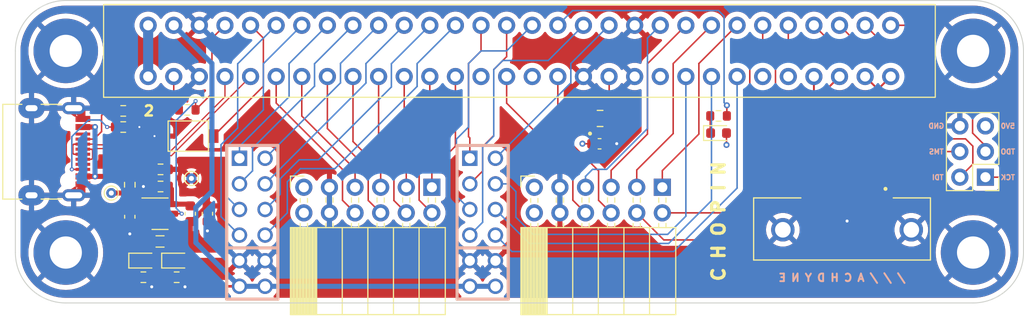
<source format=kicad_pcb>
(kicad_pcb (version 20211014) (generator pcbnew)
  (layers (0 "F.Cu" signal) (1 "In1.Cu" signal) (2 "In2.Cu" signal) (31 "B.Cu" signal) (34 "B.Paste" user) (35 "F.Paste" user) (36 "B.SilkS" user "B.Silkscreen") (37 "F.SilkS" user "F.Silkscreen") (38 "B.Mask" user) (39 "F.Mask" user) (44 "Edge.Cuts" user))
  (net 0 "")
  (net 1 "GND")
  (net 2 "/PWR3V3")
  (net 3 "/PWR5V0UF")
  (net 4 "Net-(J1-PadA5)")
  (net 6 "Net-(J1-PadB5)")
  (net 8 "/PWR5V0")
  (net 9 "Net-(D1-Pad1)")
  (net 10 "Net-(L1-Pad1)")
  (net 11 "/PMOD_B1")
  (net 12 "/PMOD_B2")
  (net 13 "/JTAG_TDO")
  (net 14 "/JTAG_TMS")
  (net 15 "/JTAG_TDI")
  (net 16 "/JTAG_TCK")
  (net 17 "/SYS_RST_N")
  (net 18 "/SYS_CLK48")
  (net 19 "/SYS_PG")
  (net 20 "/PWRIO")
  (net 21 "/DS0_P")
  (net 22 "/DS0_N")
  (net 23 "/DS1_P")
  (net 24 "/DS1_N")
  (net 25 "/DS2_P")
  (net 26 "/DS2_N")
  (net 27 "Net-(C5-Pad2)")
  (net 28 "/USBD_DN")
  (net 29 "/USBD_DP")
  (net 30 "/PMOD_A1")
  (net 31 "/PMOD_A2")
  (net 32 "/PMOD_A3")
  (net 33 "/PMOD_A4")
  (net 34 "/PMOD_A7")
  (net 35 "/PMOD_A8")
  (net 36 "/PMOD_A9")
  (net 37 "/PMOD_A10")
  (net 38 "/PMOD_B3")
  (net 39 "/PMOD_B4")
  (net 40 "/PMOD_B7")
  (net 41 "/PMOD_B8")
  (net 42 "/PMOD_B9")
  (net 43 "/PMOD_B10")
  (net 44 "/PMOD_C1")
  (net 45 "/PMOD_C2")
  (net 46 "/PMOD_C3")
  (net 47 "/PMOD_C4")
  (net 48 "/PMOD_C7")
  (net 49 "/PMOD_C8")
  (net 50 "/PMOD_C9")
  (net 51 "/PMOD_C10")
  (net 53 "/PMOD_D1")
  (net 54 "/PMOD_D4")
  (net 55 "/PMOD_D10")
  (net 56 "/PMOD_D3")
  (net 57 "/PMOD_D9")
  (net 58 "/PMOD_D2")
  (net 59 "/PMOD_D8")
  (net 60 "/PMOD_D7")
  (net 62 "Net-(D2-Pad1)")
  (net 63 "/LED")
  (net 65 "Net-(D3-Pad1)")
  (footprint "Capacitor_SMD:C_0603_1608Metric" (layer "F.Cu") (at 111.35 121.45 -90)
    (fp_text reference "C3" hide)
    (fp_text value "4.7uF" hide)
  )
  (footprint "Package_TO_SOT_SMD:SOT-23-6" (layer "F.Cu") (at 114.35 121.15)
    (fp_text reference "U4" hide)
    (fp_text value "TLV62568DDC" hide)
  )
  (footprint "Resistor_SMD:R_0603_1608Metric" (layer "F.Cu") (at 110.7 110.95)
    (fp_text reference "R1" hide)
    (fp_text value "5K1" hide)
  )
  (footprint "Inductor_SMD:L_0805_2012Metric" (layer "F.Cu") (at 114.35 123.9)
    (fp_text reference "L1" hide)
    (fp_text value "INDUCTOR" hide)
  )
  (footprint "LED_SMD:LED_0603_1608Metric" (layer "F.Cu") (at 169.75 113.15)
    (fp_text reference "D1" hide)
    (fp_text value "LEDW" hide)
  )
  (footprint "Resistor_SMD:R_0603_1608Metric" (layer "F.Cu") (at 114.4 118.45 180)
    (fp_text reference "R8" hide)
    (fp_text value "44K2" hide)
  )
  (footprint "MountingHole:MountingHole_3.2mm_M3_Pad" (layer "F.Cu") (at 105 125)
    (fp_text reference "H3" hide)
    (fp_text value "MountingHole_Pad" hide)
  )
  (footprint "MountingHole:MountingHole_3.2mm_M3_Pad" (layer "F.Cu") (at 195 125)
    (fp_text reference "H4" hide)
    (fp_text value "MountingHole_Pad" hide)
  )
  (footprint "LED_SMD:LED_0603_1608Metric" (layer "F.Cu") (at 116 125.8)
    (fp_text reference "D3" hide)
    (fp_text value "LEDG" hide)
  )
  (footprint "Capacitor_SMD:C_0603_1608Metric" (layer "F.Cu") (at 157.95 114.2125)
    (fp_text reference "C9" hide)
    (fp_text value "100nF" hide)
  )
  (footprint "Resistor_SMD:R_0603_1608Metric" (layer "F.Cu") (at 110.7 112.55)
    (fp_text reference "R4" hide)
    (fp_text value "5K1" hide)
  )
  (footprint "Resistor_SMD:R_0603_1608Metric" (layer "F.Cu") (at 169.75 111.45)
    (fp_text reference "R5" hide)
    (fp_text value "1K" hide)
  )
  (footprint "TestPoint:TestPoint_THTPad_D1.0mm_Drill0.5mm" (layer "F.Cu") (at 109.5125 119.1)
    (fp_text reference "TP1" hide)
    (fp_text value "TP_PWR5V0" hide)
  )
  (footprint "Resistor_SMD:R_0603_1608Metric" (layer "F.Cu") (at 116 127.45)
    (fp_text reference "R3" hide)
    (fp_text value "1K" hide)
  )
  (footprint "LD-CRYSTALS:OSC_KC2016Z13.5600C1KX00" (layer "F.Cu") (at 158 111.7 90)
    (fp_text reference "Y1" hide)
    (fp_text value "KC2016Z48" hide)
  )
  (footprint "LD-PMOD:PMOD_2x06_HOST_VERTICAL" (layer "F.Cu") (at 146.35 122 180)
    (fp_text reference "PMOD4" hide)
    (fp_text value "PMOD-Device-x2-Type-1A-GPIO" hide)
  )
  (footprint "MountingHole:MountingHole_3.2mm_M3_Pad" (layer "F.Cu") (at 195 105)
    (fp_text reference "H2" hide)
    (fp_text value "MountingHole_Pad" hide)
  )
  (footprint "Resistor_SMD:R_0603_1608Metric" (layer "F.Cu") (at 112.7 127.45)
    (fp_text reference "R2" hide)
    (fp_text value "1K" hide)
  )
  (footprint "LD-CONNECTORS:AMPHENOL_SAT3M2132072TR" (layer "F.Cu") (at 182 122.7425)
    (fp_text reference "J3" hide)
    (fp_text value "SAT3M2132072TR" hide)
  )
  (footprint "MountingHole:MountingHole_3.2mm_M3_Pad" (layer "F.Cu") (at 105 105)
    (fp_text reference "H1" hide)
    (fp_text value "MountingHole_Pad" hide)
  )
  (footprint "Capacitor_SMD:C_0603_1608Metric" (layer "F.Cu") (at 117.35 121.15 90)
    (fp_text reference "C5" hide)
    (fp_text value "10pF" hide)
  )
  (footprint "LD-SWITCH:Button_2P_3x4mm" (layer "F.Cu") (at 117.15 113.45 180)
    (fp_text reference "SW1" hide)
    (fp_text value "RESET" hide)
  )
  (footprint "Capacitor_SMD:C_0603_1608Metric" (layer "F.Cu") (at 119.05 121.15 -90)
    (fp_text reference "C6" hide)
    (fp_text value "10uF" hide)
  )
  (footprint "Resistor_SMD:R_0603_1608Metric" (layer "F.Cu") (at 114.4 116.75 180)
    (fp_text reference "R7" hide)
    (fp_text value "200K" hide)
  )
  (footprint "LED_SMD:LED_0603_1608Metric" (layer "F.Cu") (at 112.7375 125.8)
    (fp_text reference "D2" hide)
    (fp_text value "LEDG" hide)
  )
  (footprint "Resistor_SMD:R_0603_1608Metric" (layer "F.Cu") (at 111.35 118.275 90)
    (fp_text reference "FB1" hide)
    (fp_text value "Ferrite_Bead" hide)
  )
  (footprint "Resistor_SMD:R_0603_1608Metric" (layer "F.Cu") (at 117.05 110.85)
    (fp_text reference "R6" hide)
    (fp_text value "1K5" hide)
  )
  (footprint "LD-EDGE:MACHDYNE_EDGE_SOCKET_60P" (layer "F.Cu") (at 150 105 90)
    (fp_text reference "U1" hide)
    (fp_text value "MACHDYNE-MODULE-60P" hide)
  )
  (footprint "LD-PMOD:PMOD_2x06_HOST" (layer "F.Cu") (at 128.615 118.525 90)
    (fp_text reference "PMOD1" hide)
    (fp_text value "PMOD-Device-x2-Type-1A-GPIO" hide)
  )
  (footprint "LD-PMOD:PMOD_2x06_HOST_VERTICAL" (layer "F.Cu") (at 123.5 122 180)
    (fp_text reference "PMOD3" hide)
    (fp_text value "PMOD-Device-x2-Type-1A-GPIO" hide)
  )
  (footprint "LD-CONNECTORS:USB_C_Receptacle_HRO_TYPE-C-31-M-12-BIG-PADS" (layer "F.Cu") (at 102.65 115 -90)
    (fp_text reference "J1" hide)
    (fp_text value "TYPE-C-31-M-12-FIXED" hide)
  )
  (footprint "TestPoint:TestPoint_THTPad_D1.0mm_Drill0.5mm" (layer "F.Cu") (at 117.4625 117.65 180)
    (fp_text reference "TP2" hide)
    (fp_text value "TP_PWR3V3" hide)
  )
  (footprint "LD-PMOD:PMOD_2x06_HOST" (layer "F.Cu") (at 151.475 118.525 90)
    (fp_text reference "PMOD2" hide)
    (fp_text value "PMOD-Device-x2-Type-1A-GPIO" hide)
  )
  (footprint "Connector_PinHeader_2.54mm:PinHeader_2x03_P2.54mm_Vertical" (layer "F.Cu") (at 196.225 117.525 180)
    (fp_text reference "J2" hide)
    (fp_text value "JTAG" hide)
  )
  (gr_arc (start 195 100) (mid 198.535534 101.464466) (end 200 105) (layer "Edge.Cuts") (width 0.1))
  (gr_arc (start 105 130) (mid 101.464466 128.535534) (end 100 125) (layer "Edge.Cuts") (width 0.1))
  (gr_arc (start 200 125) (mid 198.535534 128.535534) (end 195 130) (layer "Edge.Cuts") (width 0.1))
  (gr_line (start 195 130) (end 105 130) (layer "Edge.Cuts") (width 0.1))
  (gr_arc (start 100 105) (mid 101.464466 101.464466) (end 105 100) (layer "Edge.Cuts") (width 0.1))
  (gr_line (start 100 125) (end 100 105) (layer "Edge.Cuts") (width 0.1))
  (gr_line (start 200 105) (end 200 125) (layer "Edge.Cuts") (width 0.1))
  (gr_line (start 105 100) (end 195 100) (layer "Edge.Cuts") (width 0.1))
  (gr_text "TCK" (at 198.45 117.55) (layer "B.SilkS") (effects (font (size 0.5 0.5) (thickness 0.125)) (justify mirror)))
  (gr_text "/ / / A C H D Y N E" (at 182 127.5) (layer "B.SilkS") (effects (font (size 0.75 0.75) (thickness 0.1875)) (justify mirror)))
  (gr_text "TMS" (at 191.35 115) (layer "B.SilkS") (effects (font (size 0.5 0.5) (thickness 0.125)) (justify mirror)))
  (gr_text "TDI" (at 191.5 117.55) (layer "B.SilkS") (effects (font (size 0.5 0.5) (thickness 0.125)) (justify mirror)))
  (gr_text "TDO" (at 198.45 115) (layer "B.SilkS") (effects (font (size 0.5 0.5) (thickness 0.125)) (justify mirror)))
  (gr_text "5V0" (at 198.45 112.45) (layer "B.SilkS") (effects (font (size 0.5 0.5) (thickness 0.125)) (justify mirror)))
  (gr_text "GND" (at 191.35 112.45) (layer "B.SilkS") (effects (font (size 0.5 0.5) (thickness 0.125)) (justify mirror)))
  (gr_text "C H O P I N" (at 169.75 121.9 90) (layer "F.SilkS") (effects (font (size 1.25 1.25) (thickness 0.3125))))
  (gr_text "2" (at 113.25 110.95) (layer "F.SilkS") (effects (font (size 1 1) (thickness 0.25))))
  (segment (start 158.9 112.3) (end 158.9 114.0375) (width 0.15) (layer "F.Cu") (net 1))
  (segment (start 178.69 120.3825) (end 178.49 120.3825) (width 0.5) (layer "F.Cu") (net 1))
  (segment (start 106.695 111.75) (end 106.695 111.595) (width 0.5) (layer "F.Cu") (net 1))
  (segment (start 114.65 113.45) (end 113.8 113.45) (width 0.15) (layer "F.Cu") (net 1))
  (segment (start 182.5 120.3825) (end 182.5 121.875) (width 0.5) (layer "F.Cu") (net 1))
  (segment (start 178.49 120.3825) (end 176.13 122.7425) (width 0.5) (layer "F.Cu") (net 1))
  (segment (start 111.525 112.55) (end 112.3 112.55) (width 0.15) (layer "F.Cu") (net 1))
  (segment (start 158.725 114.2125) (end 159.6375 114.2125) (width 0.15) (layer "F.Cu") (net 1))
  (segment (start 158.9 114.0375) (end 158.725 114.2125) (width 0.15) (layer "F.Cu") (net 1))
  (segment (start 113.575 118.45) (end 112.7 118.45) (width 0.5) (layer "F.Cu") (net 1))
  (segment (start 111.35 122.225) (end 111.35 123.15) (width 0.5) (layer "F.Cu") (net 1))
  (segment (start 106.695 118.25) (end 106.695 118.405) (width 0.5) (layer "F.Cu") (net 1))
  (segment (start 112.425 121.15) (end 111.35 122.225) (width 0.5) (layer "F.Cu") (net 1))
  (segment (start 186.31 120.3825) (end 186.51 120.3825) (width 0.5) (layer "F.Cu") (net 1))
  (segment (start 119.05 121.925) (end 119.05 122.85) (width 0.5) (layer "F.Cu") (net 1))
  (segment (start 186.51 120.3825) (end 188.87 122.7425) (width 0.5) (layer "F.Cu") (net 1))
  (segment (start 111.525 110.95) (end 111.525 112.55) (width 0.15) (layer "F.Cu") (net 1))
  (segment (start 113.2125 121.15) (end 112.425 121.15) (width 0.5) (layer "F.Cu") (net 1))
  (segment (start 116.825 127.45) (end 116.825 128.4) (width 0.25) (layer "F.Cu") (net 1))
  (segment (start 106.695 111.595) (end 105.78 110.68) (width 0.5) (layer "F.Cu") (net 1))
  (segment (start 106.695 118.405) (end 105.78 119.32) (width 0.5) (layer "F.Cu") (net 1))
  (segment (start 113.525 127.45) (end 113.525 128.4) (width 0.25) (layer "F.Cu") (net 1))
  (segment (start 159.6375 114.2125) (end 159.65 114.2) (width 0.15) (layer "F.Cu") (net 1))
  (via (at 116.825 128.4) (size 0.6) (drill 0.3) (layers "F.Cu" "B.Cu") (net 1))
  (via (at 111.35 123.15) (size 0.6) (drill 0.3) (layers "F.Cu" "B.Cu") (net 1))
  (via (at 119.05 122.85) (size 0.6) (drill 0.3) (layers "F.Cu" "B.Cu") (net 1))
  (via (at 113.525 128.4) (size 0.6) (drill 0.3) (layers "F.Cu" "B.Cu") (net 1))
  (via (at 113.8 113.45) (size 0.4) (drill 0.2) (layers "F.Cu" "B.Cu") (net 1))
  (via (at 159.65 114.2) (size 0.6) (drill 0.3) (layers "F.Cu" "B.Cu") (net 1))
  (via (at 112.7 118.45) (size 0.6) (drill 0.3) (layers "F.Cu" "B.Cu") (net 1))
  (via (at 182.5 121.875) (size 0.6) (drill 0.3) (layers "F.Cu" "B.Cu") (net 1))
  (via (at 112.3 112.55) (size 0.4) (drill 0.2) (layers "F.Cu" "B.Cu") (net 1))
  (segment (start 170.5375 113.15) (end 170.5375 114.325) (width 0.15) (layer "F.Cu") (net 2))
  (segment (start 115.71 110.335) (end 115.71 107.54) (width 0.15) (layer "F.Cu") (net 2))
  (segment (start 157.1 114.1375) (end 157.1 112.3) (width 0.15) (layer "F.Cu") (net 2))
  (segment (start 116.225 110.85) (end 115.71 110.335) (width 0.15) (layer "F.Cu") (net 2))
  (segment (start 156.2625 114.2125) (end 156.25 114.2) (width 0.15) (layer "F.Cu") (net 2))
  (segment (start 157.175 114.2125) (end 156.2625 114.2125) (width 0.15) (layer "F.Cu") (net 2))
  (segment (start 117.35 121.925) (end 117.5 121.925) (width 0.5) (layer "F.Cu") (net 2))
  (segment (start 116.5625 116.75) (end 117.4625 117.65) (width 0.5) (layer "F.Cu") (net 2))
  (segment (start 117.5 121.925) (end 119.05 120.375) (width 0.5) (layer "F.Cu") (net 2))
  (segment (start 157.175 114.2125) (end 157.1 114.1375) (width 0.15) (layer "F.Cu") (net 2))
  (segment (start 113.525 125.8) (end 113.525 125.7875) (width 0.25) (layer "F.Cu") (net 2))
  (segment (start 115.225 116.75) (end 116.5625 116.75) (width 0.5) (layer "F.Cu") (net 2))
  (segment (start 157.1 111.1) (end 157.1 112.3) (width 0.15) (layer "F.Cu") (net 2))
  (segment (start 113.525 125.7875) (end 115.4125 123.9) (width 0.25) (layer "F.Cu") (net 2))
  (via (at 156.25 114.2) (size 0.6) (drill 0.3) (layers "F.Cu" "B.Cu") (net 2))
  (via (at 170.5375 114.325) (size 0.6) (drill 0.3) (layers "F.Cu" "B.Cu") (net 2))
  (segment (start 106.695 117.45) (end 111.35 117.45) (width 0.5) (layer "F.Cu") (net 3))
  (segment (start 106.695 112.55) (end 107.9 112.55) (width 0.5) (layer "F.Cu") (net 3))
  (via (at 107.9 112.55) (size 0.6) (drill 0.3) (layers "F.Cu" "B.Cu") (net 3))
  (via (at 107.9 117.45) (size 0.6) (drill 0.3) (layers "F.Cu" "B.Cu") (net 3))
  (segment (start 107.9 112.55) (end 107.9 117.45) (width 0.5) (layer "B.Cu") (net 3))
  (segment (start 108.55 111.4) (end 109 110.95) (width 0.15) (layer "F.Cu") (net 4))
  (segment (start 108.55 113) (end 108.55 111.4) (width 0.15) (layer "F.Cu") (net 4))
  (segment (start 109 110.95) (end 109.875 110.95) (width 0.15) (layer "F.Cu") (net 4))
  (segment (start 107.8 113.75) (end 108.55 113) (width 0.15) (layer "F.Cu") (net 4))
  (segment (start 106.695 113.75) (end 107.8 113.75) (width 0.15) (layer "F.Cu") (net 4))
  (segment (start 106.695 116.75) (end 105.6 116.75) (width 0.15) (layer "F.Cu") (net 6))
  (segment (start 109.875 112.55) (end 109.1 112.55) (width 0.15) (layer "F.Cu") (net 6))
  (via (at 109.1 112.55) (size 0.4) (drill 0.2) (layers "F.Cu" "B.Cu") (net 6))
  (via (at 105.6 116.75) (size 0.4) (drill 0.2) (layers "F.Cu" "B.Cu") (net 6))
  (segment (start 108.4 111.85) (end 109.1 112.55) (width 0.15) (layer "B.Cu") (net 6))
  (segment (start 105.6 116.75) (end 105.6 113.5) (width 0.15) (layer "B.Cu") (net 6))
  (segment (start 105.6 113.5) (end 107.25 111.85) (width 0.15) (layer "B.Cu") (net 6))
  (segment (start 107.25 111.85) (end 108.4 111.85) (width 0.15) (layer "B.Cu") (net 6))
  (segment (start 114.35 120.5) (end 114.05 120.2) (width 0.5) (layer "F.Cu") (net 8))
  (segment (start 114.35 121.85) (end 114.35 120.5) (width 0.5) (layer "F.Cu") (net 8))
  (segment (start 112.45 120.2) (end 113.2125 120.2) (width 0.5) (layer "F.Cu") (net 8))
  (segment (start 115.4875 122.1) (end 114.6 122.1) (width 0.5) (layer "F.Cu") (net 8))
  (segment (start 111.35 119.1) (end 111.35 120.675) (width 0.5) (layer "F.Cu") (net 8))
  (segment (start 109.5125 119.1) (end 111.35 119.1) (width 0.5) (layer "F.Cu") (net 8))
  (segment (start 111.975 120.675) (end 112.45 120.2) (width 0.5) (layer "F.Cu") (net 8))
  (segment (start 111.35 120.675) (end 111.975 120.675) (width 0.5) (layer "F.Cu") (net 8))
  (segment (start 114.6 122.1) (end 114.35 121.85) (width 0.5) (layer "F.Cu") (net 8))
  (segment (start 114.05 120.2) (end 113.2125 120.2) (width 0.5) (layer "F.Cu") (net 8))
  (segment (start 113.17 102.46) (end 113.17 107.54) (width 1) (layer "B.Cu") (net 8))
  (segment (start 168.925 113.1125) (end 168.9625 113.15) (width 0.15) (layer "F.Cu") (net 9))
  (segment (start 168.925 111.45) (end 168.925 113.1125) (width 0.15) (layer "F.Cu") (net 9))
  (segment (start 113.2125 123.825) (end 113.2875 123.9) (width 0.5) (layer "F.Cu") (net 10))
  (segment (start 113.2125 122.1) (end 113.2125 123.825) (width 0.5) (layer "F.Cu") (net 10))
  (segment (start 167.8 106.25) (end 167.8 113.25) (width 0.15) (layer "F.Cu") (net 11))
  (segment (start 164.175 116.875) (end 164.175 118.525) (width 0.15) (layer "F.Cu") (net 11))
  (segment (start 167.8 113.25) (end 164.175 116.875) (width 0.15) (layer "F.Cu") (net 11))
  (segment (start 171.59 102.46) (end 167.8 106.25) (width 0.15) (layer "F.Cu") (net 11))
  (segment (start 165.25 106.26) (end 165.25 113.2) (width 0.15) (layer "F.Cu") (net 12))
  (segment (start 165.25 113.2) (end 161.635 116.815) (width 0.15) (layer "F.Cu") (net 12))
  (segment (start 169.05 102.46) (end 165.25 106.26) (width 0.15) (layer "F.Cu") (net 12))
  (segment (start 161.635 116.815) (end 161.635 118.525) (width 0.15) (layer "F.Cu") (net 12))
  (segment (start 189.125 104.025) (end 190.025 104.925) (width 0.15) (layer "F.Cu") (net 13))
  (segment (start 185.855 104.025) (end 189.125 104.025) (width 0.15) (layer "F.Cu") (net 13))
  (segment (start 194.95 113.15) (end 196.225 114.425) (width 0.15) (layer "F.Cu") (net 13))
  (segment (start 184.29 102.46) (end 185.855 104.025) (width 0.15) (layer "F.Cu") (net 13))
  (segment (start 192.475 109.875) (end 193.8 109.875) (width 0.15) (layer "F.Cu") (net 13))
  (segment (start 193.8 109.875) (end 194.95 111.025) (width 0.15) (layer "F.Cu") (net 13))
  (segment (start 190.025 107.425) (end 192.475 109.875) (width 0.15) (layer "F.Cu") (net 13))
  (segment (start 196.225 114.425) (end 196.225 114.985) (width 0.15) (layer "F.Cu") (net 13))
  (segment (start 194.95 111.025) (end 194.95 113.15) (width 0.15) (layer "F.Cu") (net 13))
  (segment (start 190.025 104.925) (end 190.025 107.425) (width 0.15) (layer "F.Cu") (net 13))
  (segment (start 188.325 106.675) (end 188.325 111.25) (width 0.15) (layer "F.Cu") (net 14))
  (segment (start 188.325 111.25) (end 192.06 114.985) (width 0.15) (layer "F.Cu") (net 14))
  (segment (start 187.45 105.8) (end 188.325 106.675) (width 0.15) (layer "F.Cu") (net 14))
  (segment (start 182.55 105.8) (end 187.45 105.8) (width 0.15) (layer "F.Cu") (net 14))
  (segment (start 179.21 102.46) (end 182.55 105.8) (width 0.15) (layer "F.Cu") (net 14))
  (segment (start 192.06 114.985) (end 193.685 114.985) (width 0.15) (layer "F.Cu") (net 14))
  (segment (start 194.975 114.45) (end 194.975 116.235) (width 0.15) (layer "F.Cu") (net 15))
  (segment (start 194.25 113.725) (end 194.975 114.45) (width 0.15) (layer "F.Cu") (net 15))
  (segment (start 192.45 113.725) (end 194.25 113.725) (width 0.15) (layer "F.Cu") (net 15))
  (segment (start 184.04 104.75) (end 188.325 104.75) (width 0.15) (layer "F.Cu") (net 15))
  (segment (start 181.75 102.46) (end 184.04 104.75) (width 0.15) (layer "F.Cu") (net 15))
  (segment (start 189.175 105.6) (end 189.175 110.45) (width 0.15) (layer "F.Cu") (net 15))
  (segment (start 194.975 116.235) (end 193.685 117.525) (width 0.15) (layer "F.Cu") (net 15))
  (segment (start 189.175 110.45) (end 192.45 113.725) (width 0.15) (layer "F.Cu") (net 15))
  (segment (start 188.325 104.75) (end 189.175 105.6) (width 0.15) (layer "F.Cu") (net 15))
  (segment (start 186.83 102.46) (end 189.335 102.46) (width 0.15) (layer "F.Cu") (net 16))
  (segment (start 197.65 117.525) (end 196.225 117.525) (width 0.15) (layer "F.Cu") (net 16))
  (segment (start 190.7 103.825) (end 190.7 106.95) (width 0.15) (layer "F.Cu") (net 16))
  (segment (start 192.975 109.225) (end 197.05 109.225) (width 0.15) (layer "F.Cu") (net 16))
  (segment (start 189.335 102.46) (end 190.7 103.825) (width 0.15) (layer "F.Cu") (net 16))
  (segment (start 197.05 109.225) (end 198.15 110.325) (width 0.15) (layer "F.Cu") (net 16))
  (segment (start 190.7 106.95) (end 192.975 109.225) (width 0.15) (layer "F.Cu") (net 16))
  (segment (start 198.15 117.025) (end 197.65 117.525) (width 0.15) (layer "F.Cu") (net 16))
  (segment (start 198.15 110.325) (end 198.15 117.025) (width 0.15) (layer "F.Cu") (net 16))
  (segment (start 124.6 103.73) (end 123.33 102.46) (width 0.15) (layer "F.Cu") (net 17))
  (segment (start 119.65 113.45) (end 124.6 108.5) (width 0.15) (layer "F.Cu") (net 17))
  (segment (start 124.6 108.5) (end 124.6 103.73) (width 0.15) (layer "F.Cu") (net 17))
  (segment (start 158.9 111.1) (end 158.9 107.55) (width 0.15) (layer "F.Cu") (net 18))
  (segment (start 158.9 107.55) (end 158.89 107.54) (width 0.15) (layer "F.Cu") (net 18))
  (segment (start 115.4875 121.15) (end 116.5 121.15) (width 0.15) (layer "F.Cu") (net 19))
  (segment (start 119.5 103.75) (end 119.5 109.225) (width 0.15) (layer "F.Cu") (net 19))
  (segment (start 119.5 109.225) (end 117.875 110.85) (width 0.15) (layer "F.Cu") (net 19))
  (segment (start 117.875 110.85) (end 117.875 109.975) (width 0.15) (layer "F.Cu") (net 19))
  (segment (start 120.79 102.46) (end 119.5 103.75) (width 0.15) (layer "F.Cu") (net 19))
  (via (at 117.875 109.975) (size 0.4) (drill 0.2) (layers "F.Cu" "B.Cu") (net 19))
  (via (at 116.5 121.15) (size 0.4) (drill 0.2) (layers "F.Cu" "B.Cu") (net 19))
  (segment (start 116.5 121.15) (end 115.95 120.6) (width 0.15) (layer "B.Cu") (net 19))
  (segment (start 115.95 120.6) (end 115.95 111.9) (width 0.15) (layer "B.Cu") (net 19))
  (segment (start 115.95 111.9) (end 117.875 109.975) (width 0.15) (layer "B.Cu") (net 19))
  (segment (start 122.23 128.35) (end 119.3375 128.35) (width 0.25) (layer "F.Cu") (net 20))
  (segment (start 119.3375 128.35) (end 116.7875 125.8) (width 0.25) (layer "F.Cu") (net 20))
  (segment (start 115.71 102.46) (end 119.5 106.25) (width 0.5) (layer "B.Cu") (net 20))
  (segment (start 117.9 120.525) (end 117.9 124.02) (width 0.5) (layer "B.Cu") (net 20))
  (segment (start 124.77 128.35) (end 145.08 128.35) (width 0.5) (layer "B.Cu") (net 20))
  (segment (start 122.23 128.35) (end 124.77 128.35) (width 0.5) (layer "B.Cu") (net 20))
  (segment (start 117.9 124.02) (end 122.23 128.35) (width 0.5) (layer "B.Cu") (net 20))
  (segment (start 145.08 128.35) (end 147.62 128.35) (width 0.5) (layer "B.Cu") (net 20))
  (segment (start 119.5 118.925) (end 117.9 120.525) (width 0.5) (layer "B.Cu") (net 20))
  (segment (start 119.5 106.25) (end 119.5 118.925) (width 0.5) (layer "B.Cu") (net 20))
  (segment (start 179.7375 110.287501) (end 180.134111 110.287501) (width 0.19) (layer "F.Cu") (net 23))
  (segment (start 179.580001 112.768371) (end 180.78 113.96837) (width 0.19) (layer "F.Cu") (net 23))
  (segment (start 180.78 118.432499) (end 181.23 118.882499) (width 0.19) (layer "F.Cu") (net 23))
  (segment (start 181.75 107.54) (end 179.580001 109.709999) (width 0.19) (layer "F.Cu") (net 23))
  (segment (start 179.580001 109.709999) (end 179.58 110.130001) (width 0.19) (layer "F.Cu") (net 23))
  (segment (start 180.134111 111.342501) (end 179.7375 111.342501) (width 0.19) (layer "F.Cu") (net 23))
  (segment (start 179.58 111.500001) (end 179.580001 112.768371) (width 0.19) (layer "F.Cu") (net 23))
  (segment (start 181.23 118.882499) (end 181.23 120.3825) (width 0.19) (layer "F.Cu") (net 23))
  (segment (start 180.78 113.96837) (end 180.78 118.432499) (width 0.19) (layer "F.Cu") (net 23))
  (arc (start 179.7375 111.342501) (mid 179.626131 111.388632) (end 179.58 111.500001) (width 0.19) (layer "F.Cu") (net 23))
  (arc (start 180.134111 110.287501) (mid 180.50711 110.442002) (end 180.661611 110.815001) (width 0.19) (layer "F.Cu") (net 23))
  (arc (start 179.58 110.130001) (mid 179.626131 110.24137) (end 179.7375 110.287501) (width 0.19) (layer "F.Cu") (net 23))
  (arc (start 180.661611 110.815001) (mid 180.50711 111.188) (end 180.134111 111.342501) (width 0.19) (layer "F.Cu") (net 23))
  (segment (start 180.41 114.12163) (end 180.41 118.432499) (width 0.19) (layer "F.Cu") (net 24))
  (segment (start 179.21 112.92163) (end 180.41 114.12163) (width 0.19) (layer "F.Cu") (net 24))
  (segment (start 180.134111 110.972501) (end 179.7375 110.972501) (width 0.19) (layer "F.Cu") (net 24))
  (segment (start 180.41 118.432499) (end 179.96 118.882499) (width 0.19) (layer "F.Cu") (net 24))
  (segment (start 179.96 118.882499) (end 179.96 120.3825) (width 0.19) (layer "F.Cu") (net 24))
  (segment (start 179.21 107.54) (end 179.21 110.130001) (width 0.19) (layer "F.Cu") (net 24))
  (segment (start 179.21 111.500001) (end 179.21 112.92163) (width 0.19) (layer "F.Cu") (net 24))
  (segment (start 179.7375 110.657501) (end 180.134111 110.657501) (width 0.19) (layer "F.Cu") (net 24))
  (arc (start 180.134111 110.657501) (mid 180.24548 110.703632) (end 180.291611 110.815001) (width 0.19) (layer "F.Cu") (net 24))
  (arc (start 179.7375 110.972501) (mid 179.364501 111.127002) (end 179.21 111.500001) (width 0.19) (layer "F.Cu") (net 24))
  (arc (start 180.291611 110.815001) (mid 180.24548 110.92637) (end 180.134111 110.972501) (width 0.19) (layer "F.Cu") (net 24))
  (arc (start 179.21 110.130001) (mid 179.364501 110.503) (end 179.7375 110.657501) (width 0.19) (layer "F.Cu") (net 24))
  (segment (start 185.745 111.769413) (end 185.745 112.96663) (width 0.19) (layer "F.Cu") (net 25))
  (segment (start 184.59 114.12163) (end 184.59 118.432499) (width 0.19) (layer "F.Cu") (net 25))
  (segment (start 185.745 111.495) (end 185.745 111.769413) (width 0.19) (layer "F.Cu") (net 25))
  (segment (start 185.745 108.625) (end 185.745 110.125) (width 0.19) (layer "F.Cu") (net 25))
  (segment (start 186.83 107.54) (end 185.745 108.625) (width 0.19) (layer "F.Cu") (net 25))
  (segment (start 185.745 112.96663) (end 184.59 114.12163) (width 0.19) (layer "F.Cu") (net 25))
  (segment (start 185.2175 110.6525) (end 184.586861 110.6525) (width 0.19) (layer "F.Cu") (net 25))
  (segment (start 185.04 118.882499) (end 185.04 120.3825) (width 0.19) (layer "F.Cu") (net 25))
  (segment (start 184.586861 110.9675) (end 185.2175 110.9675) (width 0.19) (layer "F.Cu") (net 25))
  (segment (start 184.59 118.432499) (end 185.04 118.882499) (width 0.19) (layer "F.Cu") (net 25))
  (arc (start 185.745 110.125) (mid 185.590499 110.497999) (end 185.2175 110.6525) (width 0.19) (layer "F.Cu") (net 25))
  (arc (start 184.586861 110.6525) (mid 184.475492 110.698631) (end 184.429361 110.81) (width 0.19) (layer "F.Cu") (net 25))
  (arc (start 184.429361 110.81) (mid 184.475492 110.921369) (end 184.586861 110.9675) (width 0.19) (layer "F.Cu") (net 25))
  (arc (start 185.2175 110.9675) (mid 185.590499 111.122001) (end 185.745 111.495) (width 0.19) (layer "F.Cu") (net 25))
  (segment (start 184.29 107.54) (end 185.375 108.625) (width 0.19) (layer "F.Cu") (net 26))
  (segment (start 185.375 108.625) (end 185.375 110.125) (width 0.19) (layer "F.Cu") (net 26))
  (segment (start 184.22 118.432499) (end 183.77 118.882499) (width 0.19) (layer "F.Cu") (net 26))
  (segment (start 184.22 113.96837) (end 184.22 118.432499) (width 0.19) (layer "F.Cu") (net 26))
  (segment (start 185.375 112.81337) (end 184.22 113.96837) (width 0.19) (layer "F.Cu") (net 26))
  (segment (start 184.586861 111.3375) (end 185.2175 111.3375) (width 0.19) (layer "F.Cu") (net 26))
  (segment (start 183.77 118.882499) (end 183.77 120.3825) (width 0.19) (layer "F.Cu") (net 26))
  (segment (start 185.2175 110.2825) (end 184.586861 110.2825) (width 0.19) (layer "F.Cu") (net 26))
  (segment (start 185.375 111.495) (end 185.375 111.769413) (width 0.19) (layer "F.Cu") (net 26))
  (segment (start 185.375 111.769413) (end 185.375 112.81337) (width 0.19) (layer "F.Cu") (net 26))
  (arc (start 184.059361 110.81) (mid 184.213862 111.182999) (end 184.586861 111.3375) (width 0.19) (layer "F.Cu") (net 26))
  (arc (start 185.375 110.125) (mid 185.328869 110.236369) (end 185.2175 110.2825) (width 0.19) (layer "F.Cu") (net 26))
  (arc (start 184.586861 110.2825) (mid 184.213862 110.437001) (end 184.059361 110.81) (width 0.19) (layer "F.Cu") (net 26))
  (arc (start 185.2175 111.3375) (mid 185.328869 111.383631) (end 185.375 111.495) (width 0.19) (layer "F.Cu") (net 26))
  (segment (start 115.4875 120.2) (end 115.4875 118.7125) (width 0.5) (layer "F.Cu") (net 27))
  (segment (start 113.575 116.8) (end 115.225 118.45) (width 0.5) (layer "F.Cu") (net 27))
  (segment (start 113.575 116.75) (end 113.575 116.8) (width 0.5) (layer "F.Cu") (net 27))
  (segment (start 115.4875 118.7125) (end 115.225 118.45) (width 0.5) (layer "F.Cu") (net 27))
  (segment (start 115.4875 120.2) (end 117.175 120.2) (width 0.5) (layer "F.Cu") (net 27))
  (segment (start 117.175 120.2) (end 117.35 120.375) (width 0.5) (layer "F.Cu") (net 27))
  (segment (start 106.695 114.25) (end 105.8 114.25) (width 0.15) (layer "F.Cu") (net 28))
  (segment (start 115.327169 115.0125) (end 120.79 109.549669) (width 0.125) (layer "F.Cu") (net 28))
  (segment (start 111.177666 114.3125) (end 111.877666 115.0125) (width 0.125) (layer "F.Cu") (net 28))
  (segment (start 105.8 115.25) (end 106.695 115.25) (width 0.15) (layer "F.Cu") (net 28))
  (segment (start 107.782501 114.25) (end 107.845001 114.3125) (width 0.125) (layer "F.Cu") (net 28))
  (segment (start 106.695 114.25) (end 107.782501 114.25) (width 0.125) (layer "F.Cu") (net 28))
  (segment (start 105.7 114.35) (end 105.7 115.15) (width 0.15) (layer "F.Cu") (net 28))
  (segment (start 120.79 109.549669) (end 120.79 107.54) (width 0.125) (layer "F.Cu") (net 28))
  (segment (start 107.845001 114.3125) (end 111.177666 114.3125) (width 0.125) (layer "F.Cu") (net 28))
  (segment (start 105.7 115.15) (end 105.8 115.25) (width 0.15) (layer "F.Cu") (net 28))
  (segment (start 105.8 114.25) (end 105.7 114.35) (width 0.15) (layer "F.Cu") (net 28))
  (segment (start 111.877666 115.0125) (end 115.327169 115.0125) (width 0.125) (layer "F.Cu") (net 28))
  (segment (start 106.695 114.75) (end 107.545 114.75) (width 0.125) (layer "F.Cu") (net 29))
  (segment (start 107.845001 114.6875) (end 111.022334 114.6875) (width 0.125) (layer "F.Cu") (net 29))
  (segment (start 106.695 114.75) (end 107.782501 114.75) (width 0.125) (layer "F.Cu") (net 29))
  (segment (start 111.722334 115.3875) (end 115.4825 115.3875) (width 0.125) (layer "F.Cu") (net 29))
  (segment (start 107.545 114.75) (end 107.65 114.855) (width 0.125) (layer "F.Cu") (net 29))
  (segment (start 107.65 115.65) (end 107.55 115.75) (width 0.125) (layer "F.Cu") (net 29))
  (segment (start 107.55 115.75) (end 106.695 115.75) (width 0.125) (layer "F.Cu") (net 29))
  (segment (start 111.022334 114.6875) (end 111.722334 115.3875) (width 0.125) (layer "F.Cu") (net 29))
  (segment (start 115.4825 115.3875) (end 123.33 107.54) (width 0.125) (layer "F.Cu") (net 29))
  (segment (start 107.65 114.855) (end 107.65 115.65) (width 0.125) (layer "F.Cu") (net 29))
  (segment (start 107.782501 114.75) (end 107.845001 114.6875) (width 0.125) (layer "F.Cu") (net 29))
  (segment (start 143.65 114.45) (end 141.315 116.785) (width 0.15) (layer "F.Cu") (net 30))
  (segment (start 143.65 107.54) (end 143.65 114.45) (width 0.15) (layer "F.Cu") (net 30))
  (segment (start 141.315 116.785) (end 141.315 118.525) (width 0.15) (layer "F.Cu") (net 30))
  (segment (start 138.775 116.725) (end 138.775 118.525) (width 0.15) (layer "F.Cu") (net 31))
  (segment (start 138.57 116.52) (end 138.775 116.725) (width 0.15) (layer "F.Cu") (net 31))
  (segment (start 138.57 107.54) (end 138.57 116.52) (width 0.15) (layer "F.Cu") (net 31))
  (segment (start 133.49 107.54) (end 133.49 113.99) (width 0.15) (layer "F.Cu") (net 32))
  (segment (start 133.49 113.99) (end 136.235 116.735) (width 0.15) (layer "F.Cu") (net 32))
  (segment (start 136.235 116.735) (end 136.235 118.525) (width 0.15) (layer "F.Cu") (net 32))
  (segment (start 133.695 116.755) (end 133.695 118.525) (width 0.15) (layer "F.Cu") (net 33))
  (segment (start 128.41 111.46) (end 133.7 116.75) (width 0.15) (layer "F.Cu") (net 33))
  (segment (start 128.41 107.54) (end 128.41 111.46) (width 0.15) (layer "F.Cu") (net 33))
  (segment (start 133.7 116.75) (end 133.695 116.755) (width 0.15) (layer "F.Cu") (net 33))
  (segment (start 141.11 107.54) (end 141.11 115.74) (width 0.15) (layer "F.Cu") (net 34))
  (segment (start 140.05 119.8) (end 141.315 121.065) (width 0.15) (layer "F.Cu") (net 34))
  (segment (start 141.11 115.74) (end 140.05 116.8) (width 0.15) (layer "F.Cu") (net 34))
  (segment (start 140.05 116.8) (end 140.05 119.8) (width 0.15) (layer "F.Cu") (net 34))
  (segment (start 136.03 115.28) (end 137.55 116.8) (width 0.15) (layer "F.Cu") (net 35))
  (segment (start 137.55 116.8) (end 137.55 119.84) (width 0.15) (layer "F.Cu") (net 35))
  (segment (start 137.55 119.84) (end 138.775 121.065) (width 0.15) (layer "F.Cu") (net 35))
  (segment (start 136.03 107.54) (end 136.03 115.28) (width 0.15) (layer "F.Cu") (net 35))
  (segment (start 135 119.83) (end 136.235 121.065) (width 0.15) (layer "F.Cu") (net 36))
  (segment (start 130.95 112.7) (end 135 116.75) (width 0.15) (layer "F.Cu") (net 36))
  (segment (start 130.95 107.54) (end 130.95 112.7) (width 0.15) (layer "F.Cu") (net 36))
  (segment (start 135 116.75) (end 135 119.83) (width 0.15) (layer "F.Cu") (net 36))
  (segment (start 125.87 107.54) (end 125.87 110.17) (width 0.15) (layer "F.Cu") (net 37))
  (segment (start 125.87 110.17) (end 132.45 116.75) (width 0.15) (layer "F.Cu") (net 37))
  (segment (start 132.45 116.75) (end 132.45 119.82) (width 0.15) (layer "F.Cu") (net 37))
  (segment (start 132.45 119.82) (end 133.695 121.065) (width 0.15) (layer "F.Cu") (net 37))
  (segment (start 166.51 102.46) (end 162.7 106.27) (width 0.15) (layer "F.Cu") (net 38))
  (segment (start 162.7 113.25) (end 159.095 116.855) (width 0.15) (layer "F.Cu") (net 38))
  (segment (start 159.095 116.855) (end 159.095 118.525) (width 0.15) (layer "F.Cu") (net 38))
  (segment (start 162.7 106.27) (end 162.7 113.25) (width 0.15) (layer "F.Cu") (net 38))
  (segment (start 158.65 116.75) (end 157.25 116.75) (width 0.15) (layer "B.Cu") (net 39))
  (segment (start 162.7 103.73) (end 162.7 112.7) (width 0.15) (layer "B.Cu") (net 39))
  (segment (start 162.7 112.7) (end 158.65 116.75) (width 0.15) (layer "B.Cu") (net 39))
  (segment (start 163.97 102.46) (end 162.7 103.73) (width 0.15) (layer "B.Cu") (net 39))
  (segment (start 157.25 116.75) (end 156.555 117.445) (width 0.15) (layer "B.Cu") (net 39))
  (segment (start 156.555 117.445) (end 156.555 118.525) (width 0.15) (layer "B.Cu") (net 39))
  (segment (start 172.85 119.1) (end 170.885 121.065) (width 0.15) (layer "F.Cu") (net 40))
  (segment (start 172.85 106.15) (end 172.85 119.1) (width 0.15) (layer "F.Cu") (net 40))
  (segment (start 174.13 102.46) (end 174.13 104.87) (width 0.15) (layer "F.Cu") (net 40))
  (segment (start 170.885 121.065) (end 164.175 121.065) (width 0.15) (layer "F.Cu") (net 40))
  (segment (start 174.13 104.87) (end 172.85 106.15) (width 0.15) (layer "F.Cu") (net 40))
  (segment (start 176.67 102.46) (end 176.67 104.78) (width 0.15) (layer "F.Cu") (net 41))
  (segment (start 171.3 123.75) (end 164.32 123.75) (width 0.15) (layer "F.Cu") (net 41))
  (segment (start 176.67 104.78) (end 175.4 106.05) (width 0.15) (layer "F.Cu") (net 41))
  (segment (start 164.32 123.75) (end 161.635 121.065) (width 0.15) (layer "F.Cu") (net 41))
  (segment (start 175.4 119.65) (end 171.3 123.75) (width 0.15) (layer "F.Cu") (net 41))
  (segment (start 175.4 106.05) (end 175.4 119.65) (width 0.15) (layer "F.Cu") (net 41))
  (segment (start 153.81 112.86) (end 157.85 116.9) (width 0.15) (layer "F.Cu") (net 42))
  (segment (start 153.81 107.54) (end 153.81 112.86) (width 0.15) (layer "F.Cu") (net 42))
  (segment (start 157.85 119.82) (end 159.095 121.065) (width 0.15) (layer "F.Cu") (net 42))
  (segment (start 157.85 116.9) (end 157.85 119.82) (width 0.15) (layer "F.Cu") (net 42))
  (segment (start 148.73 110.18) (end 155.3 116.75) (width 0.15) (layer "F.Cu") (net 43))
  (segment (start 148.73 107.54) (end 148.73 110.18) (width 0.15) (layer "F.Cu") (net 43))
  (segment (start 155.3 116.75) (end 155.3 119.81) (width 0.15) (layer "F.Cu") (net 43))
  (segment (start 155.3 119.81) (end 156.555 121.065) (width 0.15) (layer "F.Cu") (net 43))
  (segment (start 127.15 106.26) (end 127.15 109.55) (width 0.15) (layer "B.Cu") (net 44))
  (segment (start 122.23 114.47) (end 122.23 115.65) (width 0.15) (layer "B.Cu") (net 44))
  (segment (start 130.95 102.46) (end 127.15 106.26) (width 0.15) (layer "B.Cu") (net 44))
  (segment (start 127.15 109.55) (end 122.23 114.47) (width 0.15) (layer "B.Cu") (net 44))
  (segment (start 129.675 106.275) (end 129.675 108.5) (width 0.15) (layer "B.Cu") (net 45))
  (segment (start 129.675 108.5) (end 123.525 114.65) (width 0.15) (layer "B.Cu") (net 45))
  (segment (start 123.525 114.65) (end 123.525 116.895) (width 0.15) (layer "B.Cu") (net 45))
  (segment (start 123.525 116.895) (end 122.23 118.19) (width 0.15) (layer "B.Cu") (net 45))
  (segment (start 133.49 102.46) (end 129.675 106.275) (width 0.15) (layer "B.Cu") (net 45))
  (segment (start 128.41 102.46) (end 124.6 106.27) (width 0.15) (layer "B.Cu") (net 46))
  (segment (start 124.6 106.27) (end 124.6 110.85) (width 0.15) (layer "B.Cu") (net 46))
  (segment (start 120.975 114.475) (end 120.975 119.475) (width 0.15) (layer "B.Cu") (net 46))
  (segment (start 120.975 119.475) (end 122.23 120.73) (width 0.15) (layer "B.Cu") (net 46))
  (segment (start 124.6 110.85) (end 120.975 114.475) (width 0.15) (layer "B.Cu") (net 46))
  (segment (start 122.05 112.65) (end 120.4 114.3) (width 0.15) (layer "B.Cu") (net 47))
  (segment (start 122.05 106.28) (end 122.05 112.65) (width 0.15) (layer "B.Cu") (net 47))
  (segment (start 125.87 102.46) (end 122.05 106.28) (width 0.15) (layer "B.Cu") (net 47))
  (segment (start 120.4 121.44) (end 122.23 123.27) (width 0.15) (layer "B.Cu") (net 47))
  (segment (start 120.4 114.3) (end 120.4 121.44) (width 0.15) (layer "B.Cu") (net 47))
  (segment (start 132.25 108.17) (end 124.77 115.65) (width 0.15) (layer "B.Cu") (net 48))
  (segment (start 132.25 106.24) (end 132.25 108.17) (width 0.15) (layer "B.Cu") (net 48))
  (segment (start 136.03 102.46) (end 132.25 106.24) (width 0.15) (layer "B.Cu") (net 48))
  (segment (start 138.57 102.46) (end 134.775 106.255) (width 0.15) (layer "B.Cu") (net 49))
  (segment (start 134.775 106.255) (end 134.775 108.185) (width 0.15) (layer "B.Cu") (net 49))
  (segment (start 134.775 108.185) (end 124.77 118.19) (width 0.15) (layer "B.Cu") (net 49))
  (segment (start 130.075 115.8) (end 128.15 115.8) (width 0.15) (layer "B.Cu") (net 50))
  (segment (start 137.3 108.575) (end 130.075 115.8) (width 0.15) (layer "B.Cu") (net 50))
  (segment (start 137.3 106.27) (end 137.3 108.575) (width 0.15) (layer "B.Cu") (net 50))
  (segment (start 128.15 115.8) (end 126.275 117.675) (width 0.15) (layer "B.Cu") (net 50))
  (segment (start 141.11 102.46) (end 137.3 106.27) (width 0.15) (layer "B.Cu") (net 50))
  (segment (start 126.275 119.225) (end 124.77 120.73) (width 0.15) (layer "B.Cu") (net 50))
  (segment (start 126.275 117.675) (end 126.275 119.225) (width 0.15) (layer "B.Cu") (net 50))
  (segment (start 126.975 121.065) (end 124.77 123.27) (width 0.15) (layer "B.Cu") (net 51))
  (segment (start 126.975 117.975) (end 126.975 121.065) (width 0.15) (layer "B.Cu") (net 51))
  (segment (start 131.7 116.675) (end 128.275 116.675) (width 0.15) (layer "B.Cu") (net 51))
  (segment (start 128.275 116.675) (end 126.975 117.975) (width 0.15) (layer "B.Cu") (net 51))
  (segment (start 143.65 102.46) (end 139.85 106.26) (width 0.15) (layer "B.Cu") (net 51))
  (segment (start 139.85 108.525) (end 131.7 116.675) (width 0.15) (layer "B.Cu") (net 51))
  (segment (start 139.85 106.26) (end 139.85 108.525) (width 0.15) (layer "B.Cu") (net 51))
  (segment (start 144.95 113.5) (end 145.08 113.63) (width 0.15) (layer "F.Cu") (net 53))
  (segment (start 145.08 113.63) (end 145.08 115.65) (width 0.15) (layer "F.Cu") (net 53))
  (segment (start 146.19 102.46) (end 146.19 105.01) (width 0.15) (layer "F.Cu") (net 53))
  (segment (start 146.19 105.01) (end 144.95 106.25) (width 0.15) (layer "F.Cu") (net 53))
  (segment (start 144.95 106.25) (end 144.95 113.5) (width 0.15) (layer "F.Cu") (net 53))
  (segment (start 148.35 105.95) (end 147.45 106.85) (width 0.15) (layer "B.Cu") (net 54))
  (segment (start 147.45 106.85) (end 147.45 113.45) (width 0.15) (layer "B.Cu") (net 54))
  (segment (start 147.45 113.45) (end 146.35 114.55) (width 0.15) (layer "B.Cu") (net 54))
  (segment (start 156.35 102.46) (end 152.86 105.95) (width 0.15) (layer "B.Cu") (net 54))
  (segment (start 146.35 114.55) (end 146.35 122) (width 0.15) (layer "B.Cu") (net 54))
  (segment (start 146.35 122) (end 145.08 123.27) (width 0.15) (layer "B.Cu") (net 54))
  (segment (start 152.86 105.95) (end 148.35 105.95) (width 0.15) (layer "B.Cu") (net 54))
  (segment (start 171.59 118.61) (end 165.3 124.9) (width 0.15) (layer "B.Cu") (net 55))
  (segment (start 149.25 124.9) (end 147.62 123.27) (width 0.15) (layer "B.Cu") (net 55))
  (segment (start 171.59 107.54) (end 171.59 118.61) (width 0.15) (layer "B.Cu") (net 55))
  (segment (start 165.3 124.9) (end 149.25 124.9) (width 0.15) (layer "B.Cu") (net 55))
  (segment (start 144.95 106.25) (end 144.95 112.55) (width 0.15) (layer "B.Cu") (net 56))
  (segment (start 144.95 112.55) (end 143.75 113.75) (width 0.15) (layer "B.Cu") (net 56))
  (segment (start 151.27 102.46) (end 148.73 105) (width 0.15) (layer "B.Cu") (net 56))
  (segment (start 148.73 105) (end 146.2 105) (width 0.15) (layer "B.Cu") (net 56))
  (segment (start 146.2 105) (end 144.95 106.25) (width 0.15) (layer "B.Cu") (net 56))
  (segment (start 143.75 119.4) (end 145.08 120.73) (width 0.15) (layer "B.Cu") (net 56))
  (segment (start 143.75 113.75) (end 143.75 119.4) (width 0.15) (layer "B.Cu") (net 56))
  (segment (start 169.05 119.85) (end 169.05 107.54) (width 0.15) (layer "B.Cu") (net 57))
  (segment (start 164.8 124.1) (end 150.99 124.1) (width 0.15) (layer "B.Cu") (net 57))
  (segment (start 150.99 124.1) (end 147.62 120.73) (width 0.15) (layer "B.Cu") (net 57))
  (segment (start 169.05 119.85) (end 164.8 124.1) (width 0.15) (layer "B.Cu") (net 57))
  (segment (start 148.73 105.57) (end 147.45 106.85) (width 0.15) (layer "F.Cu") (net 58))
  (segment (start 146.35 116.92) (end 145.08 118.19) (width 0.15) (layer "F.Cu") (net 58))
  (segment (start 148.73 102.46) (end 148.73 105.57) (width 0.15) (layer "F.Cu") (net 58))
  (segment (start 147.45 113.4) (end 146.35 114.5) (width 0.15) (layer "F.Cu") (net 58))
  (segment (start 147.45 106.85) (end 147.45 113.4) (width 0.15) (layer "F.Cu") (net 58))
  (segment (start 146.35 114.5) (end 146.35 116.92) (width 0.15) (layer "F.Cu") (net 58))
  (segment (start 149.65 121.5) (end 149.65 118.95) (width 0.15) (layer "B.Cu") (net 59))
  (segment (start 166.51 121.39) (end 164.7 123.2) (width 0.15) (layer "B.Cu") (net 59))
  (segment (start 166.51 107.54) (end 166.51 121.39) (width 0.15) (layer "B.Cu") (net 59))
  (segment (start 164.7 123.2) (end 151.35 123.2) (width 0.15) (layer "B.Cu") (net 59))
  (segment (start 151.35 123.2) (end 149.65 121.5) (width 0.15) (layer "B.Cu") (net 59))
  (segment (start 148.89 118.19) (end 147.62 118.19) (width 0.15) (layer "B.Cu") (net 59))
  (segment (start 149.65 118.95) (end 148.89 118.19) (width 0.15) (layer "B.Cu") (net 59))
  (segment (start 155.1 106.25) (end 155.1 108.17) (width 0.15) (layer "B.Cu") (net 60))
  (segment (start 155.1 108.17) (end 147.62 115.65) (width 0.15) (layer "B.Cu") (net 60))
  (segment (start 158.89 102.46) (end 155.1 106.25) (width 0.15) (layer "B.Cu") (net 60))
  (segment (start 111.95 125.8) (end 111.95 127.375) (width 0.25) (layer "F.Cu") (net 62))
  (segment (start 111.95 127.375) (end 111.875 127.45) (width 0.25) (layer "F.Cu") (net 62))
  (segment (start 170.575 111.45) (end 170.575 110.4) (width 0.15) (layer "F.Cu") (net 63))
  (via (at 170.575 110.4) (size 0.6) (drill 0.3) (layers "F.Cu" "B.Cu") (net 63))
  (segment (start 170.3 101.55) (end 170.3 110.125) (width 0.15) (layer "B.Cu") (net 63))
  (segment (start 169.75 101) (end 155.27 101) (width 0.15) (layer "B.Cu") (net 63))
  (segment (start 170.3 110.125) (end 170.575 110.4) (width 0.15) (layer "B.Cu") (net 63))
  (segment (start 170.3 101.55) (end 169.75 101) (width 0.15) (layer "B.Cu") (net 63))
  (segment (start 155.27 101) (end 153.81 102.46) (width 0.15) (layer "B.Cu") (net 63))
  (segment (start 115.2125 127.4125) (end 115.175 127.45) (width 0.25) (layer "F.Cu") (net 65))
  (segment (start 115.2125 125.8) (end 115.2125 127.4125) (width 0.25) (layer "F.Cu") (net 65))
  (zone (net 2) (net_name "/PWR3V3") (layer "F.Cu") (priority 1) (connect_pads (clearance 0.508)) (min_thickness 0.254) (fill yes (thermal_gap 0.508) (thermal_bridge_width 0.508))
    (polygon (pts (xy 120.973918 125.00001) (xy 113.996875 125.04377) (xy 114 115.5) (xy 120.977043 115.49999)))
  )
  (zone (net 1) (net_name "GND") (layers "F.Cu" "In1.Cu" "B.Cu") (connect_pads (clearance 0.508)) (min_thickness 0.254) (fill yes (thermal_gap 0.508) (thermal_bridge_width 0.508))
    (polygon (pts (xy 200 130) (xy 100 130) (xy 100 100) (xy 200 100)))
  )
)
</source>
